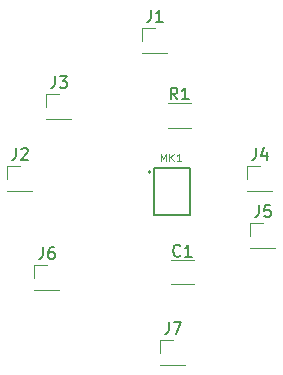
<source format=gto>
G04 #@! TF.GenerationSoftware,KiCad,Pcbnew,5.0.0-rc2-unknown-2d812c2~65~ubuntu16.04.1*
G04 #@! TF.CreationDate,2018-05-23T18:43:55-05:00*
G04 #@! TF.ProjectId,mems_tdk,6D656D735F74646B2E6B696361645F70,1.0*
G04 #@! TF.SameCoordinates,Original*
G04 #@! TF.FileFunction,Legend,Top*
G04 #@! TF.FilePolarity,Positive*
%FSLAX46Y46*%
G04 Gerber Fmt 4.6, Leading zero omitted, Abs format (unit mm)*
G04 Created by KiCad (PCBNEW 5.0.0-rc2-unknown-2d812c2~65~ubuntu16.04.1) date Wed May 23 18:43:55 2018*
%MOMM*%
%LPD*%
G01*
G04 APERTURE LIST*
%ADD10C,0.120000*%
%ADD11C,0.127000*%
%ADD12C,0.200000*%
%ADD13C,0.150000*%
%ADD14C,0.050000*%
G04 APERTURE END LIST*
D10*
G04 #@! TO.C,C1*
X157782000Y-108716000D02*
X159782000Y-108716000D01*
X159782000Y-106676000D02*
X157782000Y-106676000D01*
G04 #@! TO.C,J1*
X155404000Y-89198000D02*
X157524000Y-89198000D01*
X155404000Y-89138000D02*
X155404000Y-89198000D01*
X157524000Y-89138000D02*
X157524000Y-89198000D01*
X155404000Y-89138000D02*
X157524000Y-89138000D01*
X155404000Y-88138000D02*
X155404000Y-87078000D01*
X155404000Y-87078000D02*
X156464000Y-87078000D01*
G04 #@! TO.C,J2*
X143974000Y-100882000D02*
X146094000Y-100882000D01*
X143974000Y-100822000D02*
X143974000Y-100882000D01*
X146094000Y-100822000D02*
X146094000Y-100882000D01*
X143974000Y-100822000D02*
X146094000Y-100822000D01*
X143974000Y-99822000D02*
X143974000Y-98762000D01*
X143974000Y-98762000D02*
X145034000Y-98762000D01*
G04 #@! TO.C,J3*
X147276000Y-92666000D02*
X148336000Y-92666000D01*
X147276000Y-93726000D02*
X147276000Y-92666000D01*
X147276000Y-94726000D02*
X149396000Y-94726000D01*
X149396000Y-94726000D02*
X149396000Y-94786000D01*
X147276000Y-94726000D02*
X147276000Y-94786000D01*
X147276000Y-94786000D02*
X149396000Y-94786000D01*
G04 #@! TO.C,J4*
X164294000Y-98762000D02*
X165354000Y-98762000D01*
X164294000Y-99822000D02*
X164294000Y-98762000D01*
X164294000Y-100822000D02*
X166414000Y-100822000D01*
X166414000Y-100822000D02*
X166414000Y-100882000D01*
X164294000Y-100822000D02*
X164294000Y-100882000D01*
X164294000Y-100882000D02*
X166414000Y-100882000D01*
G04 #@! TO.C,J5*
X164548000Y-103588000D02*
X165608000Y-103588000D01*
X164548000Y-104648000D02*
X164548000Y-103588000D01*
X164548000Y-105648000D02*
X166668000Y-105648000D01*
X166668000Y-105648000D02*
X166668000Y-105708000D01*
X164548000Y-105648000D02*
X164548000Y-105708000D01*
X164548000Y-105708000D02*
X166668000Y-105708000D01*
G04 #@! TO.C,J6*
X146260000Y-109264000D02*
X148380000Y-109264000D01*
X146260000Y-109204000D02*
X146260000Y-109264000D01*
X148380000Y-109204000D02*
X148380000Y-109264000D01*
X146260000Y-109204000D02*
X148380000Y-109204000D01*
X146260000Y-108204000D02*
X146260000Y-107144000D01*
X146260000Y-107144000D02*
X147320000Y-107144000D01*
G04 #@! TO.C,J7*
X156928000Y-113494000D02*
X157988000Y-113494000D01*
X156928000Y-114554000D02*
X156928000Y-113494000D01*
X156928000Y-115554000D02*
X159048000Y-115554000D01*
X159048000Y-115554000D02*
X159048000Y-115614000D01*
X156928000Y-115554000D02*
X156928000Y-115614000D01*
X156928000Y-115614000D02*
X159048000Y-115614000D01*
D11*
G04 #@! TO.C,MK1*
X159414484Y-98872382D02*
X159414484Y-102872382D01*
X159414484Y-102872382D02*
X156414484Y-102872382D01*
X156414484Y-102872382D02*
X156414484Y-98872382D01*
X156414484Y-98872382D02*
X159414484Y-98872382D01*
D12*
X156114484Y-99247382D02*
G75*
G03X156114484Y-99247382I-100000J0D01*
G01*
D10*
G04 #@! TO.C,R1*
X157528000Y-93418000D02*
X159528000Y-93418000D01*
X159528000Y-95558000D02*
X157528000Y-95558000D01*
G04 #@! TO.C,C1*
D13*
X158615333Y-106303142D02*
X158567714Y-106350761D01*
X158424857Y-106398380D01*
X158329619Y-106398380D01*
X158186761Y-106350761D01*
X158091523Y-106255523D01*
X158043904Y-106160285D01*
X157996285Y-105969809D01*
X157996285Y-105826952D01*
X158043904Y-105636476D01*
X158091523Y-105541238D01*
X158186761Y-105446000D01*
X158329619Y-105398380D01*
X158424857Y-105398380D01*
X158567714Y-105446000D01*
X158615333Y-105493619D01*
X159567714Y-106398380D02*
X158996285Y-106398380D01*
X159282000Y-106398380D02*
X159282000Y-105398380D01*
X159186761Y-105541238D01*
X159091523Y-105636476D01*
X158996285Y-105684095D01*
G04 #@! TO.C,J1*
X156130666Y-85530380D02*
X156130666Y-86244666D01*
X156083047Y-86387523D01*
X155987809Y-86482761D01*
X155844952Y-86530380D01*
X155749714Y-86530380D01*
X157130666Y-86530380D02*
X156559238Y-86530380D01*
X156844952Y-86530380D02*
X156844952Y-85530380D01*
X156749714Y-85673238D01*
X156654476Y-85768476D01*
X156559238Y-85816095D01*
G04 #@! TO.C,J2*
X144700666Y-97214380D02*
X144700666Y-97928666D01*
X144653047Y-98071523D01*
X144557809Y-98166761D01*
X144414952Y-98214380D01*
X144319714Y-98214380D01*
X145129238Y-97309619D02*
X145176857Y-97262000D01*
X145272095Y-97214380D01*
X145510190Y-97214380D01*
X145605428Y-97262000D01*
X145653047Y-97309619D01*
X145700666Y-97404857D01*
X145700666Y-97500095D01*
X145653047Y-97642952D01*
X145081619Y-98214380D01*
X145700666Y-98214380D01*
G04 #@! TO.C,J3*
X148002666Y-91118380D02*
X148002666Y-91832666D01*
X147955047Y-91975523D01*
X147859809Y-92070761D01*
X147716952Y-92118380D01*
X147621714Y-92118380D01*
X148383619Y-91118380D02*
X149002666Y-91118380D01*
X148669333Y-91499333D01*
X148812190Y-91499333D01*
X148907428Y-91546952D01*
X148955047Y-91594571D01*
X149002666Y-91689809D01*
X149002666Y-91927904D01*
X148955047Y-92023142D01*
X148907428Y-92070761D01*
X148812190Y-92118380D01*
X148526476Y-92118380D01*
X148431238Y-92070761D01*
X148383619Y-92023142D01*
G04 #@! TO.C,J4*
X165020666Y-97214380D02*
X165020666Y-97928666D01*
X164973047Y-98071523D01*
X164877809Y-98166761D01*
X164734952Y-98214380D01*
X164639714Y-98214380D01*
X165925428Y-97547714D02*
X165925428Y-98214380D01*
X165687333Y-97166761D02*
X165449238Y-97881047D01*
X166068285Y-97881047D01*
G04 #@! TO.C,J5*
X165274666Y-102040380D02*
X165274666Y-102754666D01*
X165227047Y-102897523D01*
X165131809Y-102992761D01*
X164988952Y-103040380D01*
X164893714Y-103040380D01*
X166227047Y-102040380D02*
X165750857Y-102040380D01*
X165703238Y-102516571D01*
X165750857Y-102468952D01*
X165846095Y-102421333D01*
X166084190Y-102421333D01*
X166179428Y-102468952D01*
X166227047Y-102516571D01*
X166274666Y-102611809D01*
X166274666Y-102849904D01*
X166227047Y-102945142D01*
X166179428Y-102992761D01*
X166084190Y-103040380D01*
X165846095Y-103040380D01*
X165750857Y-102992761D01*
X165703238Y-102945142D01*
G04 #@! TO.C,J6*
X146986666Y-105596380D02*
X146986666Y-106310666D01*
X146939047Y-106453523D01*
X146843809Y-106548761D01*
X146700952Y-106596380D01*
X146605714Y-106596380D01*
X147891428Y-105596380D02*
X147700952Y-105596380D01*
X147605714Y-105644000D01*
X147558095Y-105691619D01*
X147462857Y-105834476D01*
X147415238Y-106024952D01*
X147415238Y-106405904D01*
X147462857Y-106501142D01*
X147510476Y-106548761D01*
X147605714Y-106596380D01*
X147796190Y-106596380D01*
X147891428Y-106548761D01*
X147939047Y-106501142D01*
X147986666Y-106405904D01*
X147986666Y-106167809D01*
X147939047Y-106072571D01*
X147891428Y-106024952D01*
X147796190Y-105977333D01*
X147605714Y-105977333D01*
X147510476Y-106024952D01*
X147462857Y-106072571D01*
X147415238Y-106167809D01*
G04 #@! TO.C,J7*
X157654666Y-111946380D02*
X157654666Y-112660666D01*
X157607047Y-112803523D01*
X157511809Y-112898761D01*
X157368952Y-112946380D01*
X157273714Y-112946380D01*
X158035619Y-111946380D02*
X158702285Y-111946380D01*
X158273714Y-112946380D01*
G04 #@! TO.C,MK1*
D14*
X156947034Y-98322685D02*
X156947034Y-97679391D01*
X157161465Y-98138887D01*
X157375896Y-97679391D01*
X157375896Y-98322685D01*
X157682227Y-98322685D02*
X157682227Y-97679391D01*
X158049823Y-98322685D02*
X157774126Y-97955089D01*
X158049823Y-97679391D02*
X157682227Y-98046988D01*
X158662484Y-98322685D02*
X158294888Y-98322685D01*
X158478686Y-98322685D02*
X158478686Y-97679391D01*
X158417420Y-97771291D01*
X158356154Y-97832557D01*
X158294888Y-97863190D01*
G04 #@! TO.C,R1*
D13*
X158361333Y-93090380D02*
X158028000Y-92614190D01*
X157789904Y-93090380D02*
X157789904Y-92090380D01*
X158170857Y-92090380D01*
X158266095Y-92138000D01*
X158313714Y-92185619D01*
X158361333Y-92280857D01*
X158361333Y-92423714D01*
X158313714Y-92518952D01*
X158266095Y-92566571D01*
X158170857Y-92614190D01*
X157789904Y-92614190D01*
X159313714Y-93090380D02*
X158742285Y-93090380D01*
X159028000Y-93090380D02*
X159028000Y-92090380D01*
X158932761Y-92233238D01*
X158837523Y-92328476D01*
X158742285Y-92376095D01*
G04 #@! TD*
M02*

</source>
